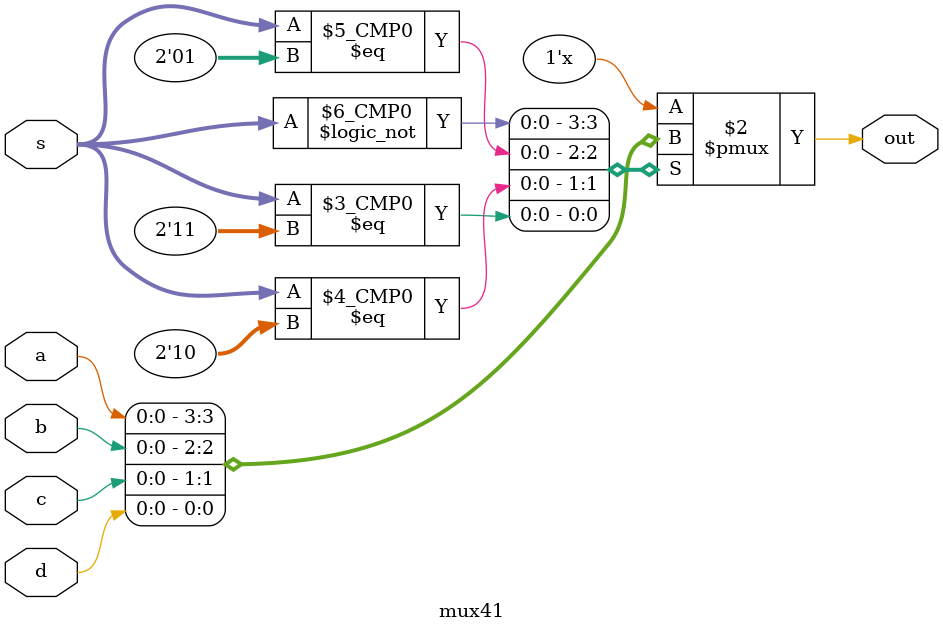
<source format=v>
`timescale 1ns / 1ps
module mux41(out,a,b,c,d,s);
  input a,b,c,d;
  input [1:0]s;
  output reg out;
  
  always@(*)
    begin
      case(s)
        2'b00: out= a;
        2'b01: out= b;
        2'b10: out= c;
        2'b11: out= d;
        default: out = 1'b0;
      endcase
    end
  
  
endmodule


// Created an IP of 4X1 MUX to design the complete barrel shifter
</source>
